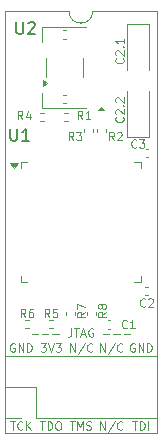
<source format=gbr>
%TF.GenerationSoftware,KiCad,Pcbnew,9.0.1*%
%TF.CreationDate,2025-06-21T09:46:43+01:00*%
%TF.ProjectId,SerialULA,53657269-616c-4554-9c41-2e6b69636164,02*%
%TF.SameCoordinates,Original*%
%TF.FileFunction,Legend,Top*%
%TF.FilePolarity,Positive*%
%FSLAX46Y46*%
G04 Gerber Fmt 4.6, Leading zero omitted, Abs format (unit mm)*
G04 Created by KiCad (PCBNEW 9.0.1) date 2025-06-21 09:46:43*
%MOMM*%
%LPD*%
G01*
G04 APERTURE LIST*
%ADD10C,0.100000*%
%ADD11C,0.150000*%
%ADD12C,0.120000*%
G04 APERTURE END LIST*
D10*
X81452999Y-65832966D02*
X81986333Y-65832966D01*
X82319666Y-65832966D02*
X82853000Y-65832966D01*
X83186333Y-65832966D02*
X83719667Y-65832966D01*
X84786333Y-65399633D02*
X84786333Y-65899633D01*
X84786333Y-65899633D02*
X84753000Y-65999633D01*
X84753000Y-65999633D02*
X84686333Y-66066300D01*
X84686333Y-66066300D02*
X84586333Y-66099633D01*
X84586333Y-66099633D02*
X84519667Y-66099633D01*
X85019666Y-65399633D02*
X85419666Y-65399633D01*
X85219666Y-66099633D02*
X85219666Y-65399633D01*
X85619666Y-65899633D02*
X85952999Y-65899633D01*
X85552999Y-66099633D02*
X85786333Y-65399633D01*
X85786333Y-65399633D02*
X86019666Y-66099633D01*
X86619666Y-65432966D02*
X86552999Y-65399633D01*
X86552999Y-65399633D02*
X86452999Y-65399633D01*
X86452999Y-65399633D02*
X86352999Y-65432966D01*
X86352999Y-65432966D02*
X86286333Y-65499633D01*
X86286333Y-65499633D02*
X86252999Y-65566300D01*
X86252999Y-65566300D02*
X86219666Y-65699633D01*
X86219666Y-65699633D02*
X86219666Y-65799633D01*
X86219666Y-65799633D02*
X86252999Y-65932966D01*
X86252999Y-65932966D02*
X86286333Y-65999633D01*
X86286333Y-65999633D02*
X86352999Y-66066300D01*
X86352999Y-66066300D02*
X86452999Y-66099633D01*
X86452999Y-66099633D02*
X86519666Y-66099633D01*
X86519666Y-66099633D02*
X86619666Y-66066300D01*
X86619666Y-66066300D02*
X86652999Y-66032966D01*
X86652999Y-66032966D02*
X86652999Y-65799633D01*
X86652999Y-65799633D02*
X86519666Y-65799633D01*
X87486332Y-65832966D02*
X88019666Y-65832966D01*
X88352999Y-65832966D02*
X88886333Y-65832966D01*
X89219666Y-65832966D02*
X89753000Y-65832966D01*
X79989667Y-66702966D02*
X79923000Y-66669633D01*
X79923000Y-66669633D02*
X79823000Y-66669633D01*
X79823000Y-66669633D02*
X79723000Y-66702966D01*
X79723000Y-66702966D02*
X79656334Y-66769633D01*
X79656334Y-66769633D02*
X79623000Y-66836300D01*
X79623000Y-66836300D02*
X79589667Y-66969633D01*
X79589667Y-66969633D02*
X79589667Y-67069633D01*
X79589667Y-67069633D02*
X79623000Y-67202966D01*
X79623000Y-67202966D02*
X79656334Y-67269633D01*
X79656334Y-67269633D02*
X79723000Y-67336300D01*
X79723000Y-67336300D02*
X79823000Y-67369633D01*
X79823000Y-67369633D02*
X79889667Y-67369633D01*
X79889667Y-67369633D02*
X79989667Y-67336300D01*
X79989667Y-67336300D02*
X80023000Y-67302966D01*
X80023000Y-67302966D02*
X80023000Y-67069633D01*
X80023000Y-67069633D02*
X79889667Y-67069633D01*
X80323000Y-67369633D02*
X80323000Y-66669633D01*
X80323000Y-66669633D02*
X80723000Y-67369633D01*
X80723000Y-67369633D02*
X80723000Y-66669633D01*
X81056333Y-67369633D02*
X81056333Y-66669633D01*
X81056333Y-66669633D02*
X81223000Y-66669633D01*
X81223000Y-66669633D02*
X81323000Y-66702966D01*
X81323000Y-66702966D02*
X81389667Y-66769633D01*
X81389667Y-66769633D02*
X81423000Y-66836300D01*
X81423000Y-66836300D02*
X81456333Y-66969633D01*
X81456333Y-66969633D02*
X81456333Y-67069633D01*
X81456333Y-67069633D02*
X81423000Y-67202966D01*
X81423000Y-67202966D02*
X81389667Y-67269633D01*
X81389667Y-67269633D02*
X81323000Y-67336300D01*
X81323000Y-67336300D02*
X81223000Y-67369633D01*
X81223000Y-67369633D02*
X81056333Y-67369633D01*
X84669666Y-73273633D02*
X85069666Y-73273633D01*
X84869666Y-73973633D02*
X84869666Y-73273633D01*
X85302999Y-73973633D02*
X85302999Y-73273633D01*
X85302999Y-73273633D02*
X85536333Y-73773633D01*
X85536333Y-73773633D02*
X85769666Y-73273633D01*
X85769666Y-73273633D02*
X85769666Y-73973633D01*
X86069666Y-73940300D02*
X86169666Y-73973633D01*
X86169666Y-73973633D02*
X86336333Y-73973633D01*
X86336333Y-73973633D02*
X86402999Y-73940300D01*
X86402999Y-73940300D02*
X86436333Y-73906966D01*
X86436333Y-73906966D02*
X86469666Y-73840300D01*
X86469666Y-73840300D02*
X86469666Y-73773633D01*
X86469666Y-73773633D02*
X86436333Y-73706966D01*
X86436333Y-73706966D02*
X86402999Y-73673633D01*
X86402999Y-73673633D02*
X86336333Y-73640300D01*
X86336333Y-73640300D02*
X86202999Y-73606966D01*
X86202999Y-73606966D02*
X86136333Y-73573633D01*
X86136333Y-73573633D02*
X86102999Y-73540300D01*
X86102999Y-73540300D02*
X86069666Y-73473633D01*
X86069666Y-73473633D02*
X86069666Y-73406966D01*
X86069666Y-73406966D02*
X86102999Y-73340300D01*
X86102999Y-73340300D02*
X86136333Y-73306966D01*
X86136333Y-73306966D02*
X86202999Y-73273633D01*
X86202999Y-73273633D02*
X86369666Y-73273633D01*
X86369666Y-73273633D02*
X86469666Y-73306966D01*
X82196333Y-66669633D02*
X82629666Y-66669633D01*
X82629666Y-66669633D02*
X82396333Y-66936300D01*
X82396333Y-66936300D02*
X82496333Y-66936300D01*
X82496333Y-66936300D02*
X82562999Y-66969633D01*
X82562999Y-66969633D02*
X82596333Y-67002966D01*
X82596333Y-67002966D02*
X82629666Y-67069633D01*
X82629666Y-67069633D02*
X82629666Y-67236300D01*
X82629666Y-67236300D02*
X82596333Y-67302966D01*
X82596333Y-67302966D02*
X82562999Y-67336300D01*
X82562999Y-67336300D02*
X82496333Y-67369633D01*
X82496333Y-67369633D02*
X82296333Y-67369633D01*
X82296333Y-67369633D02*
X82229666Y-67336300D01*
X82229666Y-67336300D02*
X82196333Y-67302966D01*
X82829666Y-66669633D02*
X83063000Y-67369633D01*
X83063000Y-67369633D02*
X83296333Y-66669633D01*
X83463000Y-66669633D02*
X83896333Y-66669633D01*
X83896333Y-66669633D02*
X83663000Y-66936300D01*
X83663000Y-66936300D02*
X83763000Y-66936300D01*
X83763000Y-66936300D02*
X83829666Y-66969633D01*
X83829666Y-66969633D02*
X83863000Y-67002966D01*
X83863000Y-67002966D02*
X83896333Y-67069633D01*
X83896333Y-67069633D02*
X83896333Y-67236300D01*
X83896333Y-67236300D02*
X83863000Y-67302966D01*
X83863000Y-67302966D02*
X83829666Y-67336300D01*
X83829666Y-67336300D02*
X83763000Y-67369633D01*
X83763000Y-67369633D02*
X83563000Y-67369633D01*
X83563000Y-67369633D02*
X83496333Y-67336300D01*
X83496333Y-67336300D02*
X83463000Y-67302966D01*
X79623000Y-73273633D02*
X80023000Y-73273633D01*
X79823000Y-73973633D02*
X79823000Y-73273633D01*
X80656333Y-73906966D02*
X80623000Y-73940300D01*
X80623000Y-73940300D02*
X80523000Y-73973633D01*
X80523000Y-73973633D02*
X80456333Y-73973633D01*
X80456333Y-73973633D02*
X80356333Y-73940300D01*
X80356333Y-73940300D02*
X80289667Y-73873633D01*
X80289667Y-73873633D02*
X80256333Y-73806966D01*
X80256333Y-73806966D02*
X80223000Y-73673633D01*
X80223000Y-73673633D02*
X80223000Y-73573633D01*
X80223000Y-73573633D02*
X80256333Y-73440300D01*
X80256333Y-73440300D02*
X80289667Y-73373633D01*
X80289667Y-73373633D02*
X80356333Y-73306966D01*
X80356333Y-73306966D02*
X80456333Y-73273633D01*
X80456333Y-73273633D02*
X80523000Y-73273633D01*
X80523000Y-73273633D02*
X80623000Y-73306966D01*
X80623000Y-73306966D02*
X80656333Y-73340300D01*
X80956333Y-73973633D02*
X80956333Y-73273633D01*
X81356333Y-73973633D02*
X81056333Y-73573633D01*
X81356333Y-73273633D02*
X80956333Y-73673633D01*
X90149667Y-66702966D02*
X90083000Y-66669633D01*
X90083000Y-66669633D02*
X89983000Y-66669633D01*
X89983000Y-66669633D02*
X89883000Y-66702966D01*
X89883000Y-66702966D02*
X89816334Y-66769633D01*
X89816334Y-66769633D02*
X89783000Y-66836300D01*
X89783000Y-66836300D02*
X89749667Y-66969633D01*
X89749667Y-66969633D02*
X89749667Y-67069633D01*
X89749667Y-67069633D02*
X89783000Y-67202966D01*
X89783000Y-67202966D02*
X89816334Y-67269633D01*
X89816334Y-67269633D02*
X89883000Y-67336300D01*
X89883000Y-67336300D02*
X89983000Y-67369633D01*
X89983000Y-67369633D02*
X90049667Y-67369633D01*
X90049667Y-67369633D02*
X90149667Y-67336300D01*
X90149667Y-67336300D02*
X90183000Y-67302966D01*
X90183000Y-67302966D02*
X90183000Y-67069633D01*
X90183000Y-67069633D02*
X90049667Y-67069633D01*
X90483000Y-67369633D02*
X90483000Y-66669633D01*
X90483000Y-66669633D02*
X90883000Y-67369633D01*
X90883000Y-67369633D02*
X90883000Y-66669633D01*
X91216333Y-67369633D02*
X91216333Y-66669633D01*
X91216333Y-66669633D02*
X91383000Y-66669633D01*
X91383000Y-66669633D02*
X91483000Y-66702966D01*
X91483000Y-66702966D02*
X91549667Y-66769633D01*
X91549667Y-66769633D02*
X91583000Y-66836300D01*
X91583000Y-66836300D02*
X91616333Y-66969633D01*
X91616333Y-66969633D02*
X91616333Y-67069633D01*
X91616333Y-67069633D02*
X91583000Y-67202966D01*
X91583000Y-67202966D02*
X91549667Y-67269633D01*
X91549667Y-67269633D02*
X91483000Y-67336300D01*
X91483000Y-67336300D02*
X91383000Y-67369633D01*
X91383000Y-67369633D02*
X91216333Y-67369633D01*
X87226333Y-73973633D02*
X87226333Y-73273633D01*
X87226333Y-73273633D02*
X87626333Y-73973633D01*
X87626333Y-73973633D02*
X87626333Y-73273633D01*
X88459666Y-73240300D02*
X87859666Y-74140300D01*
X89092999Y-73906966D02*
X89059666Y-73940300D01*
X89059666Y-73940300D02*
X88959666Y-73973633D01*
X88959666Y-73973633D02*
X88892999Y-73973633D01*
X88892999Y-73973633D02*
X88792999Y-73940300D01*
X88792999Y-73940300D02*
X88726333Y-73873633D01*
X88726333Y-73873633D02*
X88692999Y-73806966D01*
X88692999Y-73806966D02*
X88659666Y-73673633D01*
X88659666Y-73673633D02*
X88659666Y-73573633D01*
X88659666Y-73573633D02*
X88692999Y-73440300D01*
X88692999Y-73440300D02*
X88726333Y-73373633D01*
X88726333Y-73373633D02*
X88792999Y-73306966D01*
X88792999Y-73306966D02*
X88892999Y-73273633D01*
X88892999Y-73273633D02*
X88959666Y-73273633D01*
X88959666Y-73273633D02*
X89059666Y-73306966D01*
X89059666Y-73306966D02*
X89092999Y-73340300D01*
X87226333Y-67369633D02*
X87226333Y-66669633D01*
X87226333Y-66669633D02*
X87626333Y-67369633D01*
X87626333Y-67369633D02*
X87626333Y-66669633D01*
X88459666Y-66636300D02*
X87859666Y-67536300D01*
X89092999Y-67302966D02*
X89059666Y-67336300D01*
X89059666Y-67336300D02*
X88959666Y-67369633D01*
X88959666Y-67369633D02*
X88892999Y-67369633D01*
X88892999Y-67369633D02*
X88792999Y-67336300D01*
X88792999Y-67336300D02*
X88726333Y-67269633D01*
X88726333Y-67269633D02*
X88692999Y-67202966D01*
X88692999Y-67202966D02*
X88659666Y-67069633D01*
X88659666Y-67069633D02*
X88659666Y-66969633D01*
X88659666Y-66969633D02*
X88692999Y-66836300D01*
X88692999Y-66836300D02*
X88726333Y-66769633D01*
X88726333Y-66769633D02*
X88792999Y-66702966D01*
X88792999Y-66702966D02*
X88892999Y-66669633D01*
X88892999Y-66669633D02*
X88959666Y-66669633D01*
X88959666Y-66669633D02*
X89059666Y-66702966D01*
X89059666Y-66702966D02*
X89092999Y-66736300D01*
X82146333Y-73273633D02*
X82546333Y-73273633D01*
X82346333Y-73973633D02*
X82346333Y-73273633D01*
X82779666Y-73973633D02*
X82779666Y-73273633D01*
X82779666Y-73273633D02*
X82946333Y-73273633D01*
X82946333Y-73273633D02*
X83046333Y-73306966D01*
X83046333Y-73306966D02*
X83113000Y-73373633D01*
X83113000Y-73373633D02*
X83146333Y-73440300D01*
X83146333Y-73440300D02*
X83179666Y-73573633D01*
X83179666Y-73573633D02*
X83179666Y-73673633D01*
X83179666Y-73673633D02*
X83146333Y-73806966D01*
X83146333Y-73806966D02*
X83113000Y-73873633D01*
X83113000Y-73873633D02*
X83046333Y-73940300D01*
X83046333Y-73940300D02*
X82946333Y-73973633D01*
X82946333Y-73973633D02*
X82779666Y-73973633D01*
X83613000Y-73273633D02*
X83746333Y-73273633D01*
X83746333Y-73273633D02*
X83813000Y-73306966D01*
X83813000Y-73306966D02*
X83879666Y-73373633D01*
X83879666Y-73373633D02*
X83913000Y-73506966D01*
X83913000Y-73506966D02*
X83913000Y-73740300D01*
X83913000Y-73740300D02*
X83879666Y-73873633D01*
X83879666Y-73873633D02*
X83813000Y-73940300D01*
X83813000Y-73940300D02*
X83746333Y-73973633D01*
X83746333Y-73973633D02*
X83613000Y-73973633D01*
X83613000Y-73973633D02*
X83546333Y-73940300D01*
X83546333Y-73940300D02*
X83479666Y-73873633D01*
X83479666Y-73873633D02*
X83446333Y-73740300D01*
X83446333Y-73740300D02*
X83446333Y-73506966D01*
X83446333Y-73506966D02*
X83479666Y-73373633D01*
X83479666Y-73373633D02*
X83546333Y-73306966D01*
X83546333Y-73306966D02*
X83613000Y-73273633D01*
X89966333Y-73273633D02*
X90366333Y-73273633D01*
X90166333Y-73973633D02*
X90166333Y-73273633D01*
X90599666Y-73973633D02*
X90599666Y-73273633D01*
X90599666Y-73273633D02*
X90766333Y-73273633D01*
X90766333Y-73273633D02*
X90866333Y-73306966D01*
X90866333Y-73306966D02*
X90933000Y-73373633D01*
X90933000Y-73373633D02*
X90966333Y-73440300D01*
X90966333Y-73440300D02*
X90999666Y-73573633D01*
X90999666Y-73573633D02*
X90999666Y-73673633D01*
X90999666Y-73673633D02*
X90966333Y-73806966D01*
X90966333Y-73806966D02*
X90933000Y-73873633D01*
X90933000Y-73873633D02*
X90866333Y-73940300D01*
X90866333Y-73940300D02*
X90766333Y-73973633D01*
X90766333Y-73973633D02*
X90599666Y-73973633D01*
X91299666Y-73973633D02*
X91299666Y-73273633D01*
X84686333Y-67369633D02*
X84686333Y-66669633D01*
X84686333Y-66669633D02*
X85086333Y-67369633D01*
X85086333Y-67369633D02*
X85086333Y-66669633D01*
X85919666Y-66636300D02*
X85319666Y-67536300D01*
X86552999Y-67302966D02*
X86519666Y-67336300D01*
X86519666Y-67336300D02*
X86419666Y-67369633D01*
X86419666Y-67369633D02*
X86352999Y-67369633D01*
X86352999Y-67369633D02*
X86252999Y-67336300D01*
X86252999Y-67336300D02*
X86186333Y-67269633D01*
X86186333Y-67269633D02*
X86152999Y-67202966D01*
X86152999Y-67202966D02*
X86119666Y-67069633D01*
X86119666Y-67069633D02*
X86119666Y-66969633D01*
X86119666Y-66969633D02*
X86152999Y-66836300D01*
X86152999Y-66836300D02*
X86186333Y-66769633D01*
X86186333Y-66769633D02*
X86252999Y-66702966D01*
X86252999Y-66702966D02*
X86352999Y-66669633D01*
X86352999Y-66669633D02*
X86419666Y-66669633D01*
X86419666Y-66669633D02*
X86519666Y-66702966D01*
X86519666Y-66702966D02*
X86552999Y-66736300D01*
X85740333Y-47684633D02*
X85507000Y-47351300D01*
X85340333Y-47684633D02*
X85340333Y-46984633D01*
X85340333Y-46984633D02*
X85607000Y-46984633D01*
X85607000Y-46984633D02*
X85673667Y-47017966D01*
X85673667Y-47017966D02*
X85707000Y-47051300D01*
X85707000Y-47051300D02*
X85740333Y-47117966D01*
X85740333Y-47117966D02*
X85740333Y-47217966D01*
X85740333Y-47217966D02*
X85707000Y-47284633D01*
X85707000Y-47284633D02*
X85673667Y-47317966D01*
X85673667Y-47317966D02*
X85607000Y-47351300D01*
X85607000Y-47351300D02*
X85340333Y-47351300D01*
X86407000Y-47684633D02*
X86007000Y-47684633D01*
X86207000Y-47684633D02*
X86207000Y-46984633D01*
X86207000Y-46984633D02*
X86140333Y-47084633D01*
X86140333Y-47084633D02*
X86073667Y-47151300D01*
X86073667Y-47151300D02*
X86007000Y-47184633D01*
X80660333Y-47684633D02*
X80427000Y-47351300D01*
X80260333Y-47684633D02*
X80260333Y-46984633D01*
X80260333Y-46984633D02*
X80527000Y-46984633D01*
X80527000Y-46984633D02*
X80593667Y-47017966D01*
X80593667Y-47017966D02*
X80627000Y-47051300D01*
X80627000Y-47051300D02*
X80660333Y-47117966D01*
X80660333Y-47117966D02*
X80660333Y-47217966D01*
X80660333Y-47217966D02*
X80627000Y-47284633D01*
X80627000Y-47284633D02*
X80593667Y-47317966D01*
X80593667Y-47317966D02*
X80527000Y-47351300D01*
X80527000Y-47351300D02*
X80260333Y-47351300D01*
X81260333Y-47217966D02*
X81260333Y-47684633D01*
X81093667Y-46951300D02*
X80927000Y-47451300D01*
X80927000Y-47451300D02*
X81360333Y-47451300D01*
X85985033Y-63992666D02*
X85651700Y-64225999D01*
X85985033Y-64392666D02*
X85285033Y-64392666D01*
X85285033Y-64392666D02*
X85285033Y-64125999D01*
X85285033Y-64125999D02*
X85318366Y-64059333D01*
X85318366Y-64059333D02*
X85351700Y-64025999D01*
X85351700Y-64025999D02*
X85418366Y-63992666D01*
X85418366Y-63992666D02*
X85518366Y-63992666D01*
X85518366Y-63992666D02*
X85585033Y-64025999D01*
X85585033Y-64025999D02*
X85618366Y-64059333D01*
X85618366Y-64059333D02*
X85651700Y-64125999D01*
X85651700Y-64125999D02*
X85651700Y-64392666D01*
X85285033Y-63759333D02*
X85285033Y-63292666D01*
X85285033Y-63292666D02*
X85985033Y-63592666D01*
X89499533Y-65321766D02*
X89466200Y-65355100D01*
X89466200Y-65355100D02*
X89366200Y-65388433D01*
X89366200Y-65388433D02*
X89299533Y-65388433D01*
X89299533Y-65388433D02*
X89199533Y-65355100D01*
X89199533Y-65355100D02*
X89132867Y-65288433D01*
X89132867Y-65288433D02*
X89099533Y-65221766D01*
X89099533Y-65221766D02*
X89066200Y-65088433D01*
X89066200Y-65088433D02*
X89066200Y-64988433D01*
X89066200Y-64988433D02*
X89099533Y-64855100D01*
X89099533Y-64855100D02*
X89132867Y-64788433D01*
X89132867Y-64788433D02*
X89199533Y-64721766D01*
X89199533Y-64721766D02*
X89299533Y-64688433D01*
X89299533Y-64688433D02*
X89366200Y-64688433D01*
X89366200Y-64688433D02*
X89466200Y-64721766D01*
X89466200Y-64721766D02*
X89499533Y-64755100D01*
X90166200Y-65388433D02*
X89766200Y-65388433D01*
X89966200Y-65388433D02*
X89966200Y-64688433D01*
X89966200Y-64688433D02*
X89899533Y-64788433D01*
X89899533Y-64788433D02*
X89832867Y-64855100D01*
X89832867Y-64855100D02*
X89766200Y-64888433D01*
X88407333Y-49462633D02*
X88174000Y-49129300D01*
X88007333Y-49462633D02*
X88007333Y-48762633D01*
X88007333Y-48762633D02*
X88274000Y-48762633D01*
X88274000Y-48762633D02*
X88340667Y-48795966D01*
X88340667Y-48795966D02*
X88374000Y-48829300D01*
X88374000Y-48829300D02*
X88407333Y-48895966D01*
X88407333Y-48895966D02*
X88407333Y-48995966D01*
X88407333Y-48995966D02*
X88374000Y-49062633D01*
X88374000Y-49062633D02*
X88340667Y-49095966D01*
X88340667Y-49095966D02*
X88274000Y-49129300D01*
X88274000Y-49129300D02*
X88007333Y-49129300D01*
X88674000Y-48829300D02*
X88707333Y-48795966D01*
X88707333Y-48795966D02*
X88774000Y-48762633D01*
X88774000Y-48762633D02*
X88940667Y-48762633D01*
X88940667Y-48762633D02*
X89007333Y-48795966D01*
X89007333Y-48795966D02*
X89040667Y-48829300D01*
X89040667Y-48829300D02*
X89074000Y-48895966D01*
X89074000Y-48895966D02*
X89074000Y-48962633D01*
X89074000Y-48962633D02*
X89040667Y-49062633D01*
X89040667Y-49062633D02*
X88640667Y-49462633D01*
X88640667Y-49462633D02*
X89074000Y-49462633D01*
X84978333Y-49462633D02*
X84745000Y-49129300D01*
X84578333Y-49462633D02*
X84578333Y-48762633D01*
X84578333Y-48762633D02*
X84845000Y-48762633D01*
X84845000Y-48762633D02*
X84911667Y-48795966D01*
X84911667Y-48795966D02*
X84945000Y-48829300D01*
X84945000Y-48829300D02*
X84978333Y-48895966D01*
X84978333Y-48895966D02*
X84978333Y-48995966D01*
X84978333Y-48995966D02*
X84945000Y-49062633D01*
X84945000Y-49062633D02*
X84911667Y-49095966D01*
X84911667Y-49095966D02*
X84845000Y-49129300D01*
X84845000Y-49129300D02*
X84578333Y-49129300D01*
X85211667Y-48762633D02*
X85645000Y-48762633D01*
X85645000Y-48762633D02*
X85411667Y-49029300D01*
X85411667Y-49029300D02*
X85511667Y-49029300D01*
X85511667Y-49029300D02*
X85578333Y-49062633D01*
X85578333Y-49062633D02*
X85611667Y-49095966D01*
X85611667Y-49095966D02*
X85645000Y-49162633D01*
X85645000Y-49162633D02*
X85645000Y-49329300D01*
X85645000Y-49329300D02*
X85611667Y-49395966D01*
X85611667Y-49395966D02*
X85578333Y-49429300D01*
X85578333Y-49429300D02*
X85511667Y-49462633D01*
X85511667Y-49462633D02*
X85311667Y-49462633D01*
X85311667Y-49462633D02*
X85245000Y-49429300D01*
X85245000Y-49429300D02*
X85211667Y-49395966D01*
X82946333Y-64448633D02*
X82713000Y-64115300D01*
X82546333Y-64448633D02*
X82546333Y-63748633D01*
X82546333Y-63748633D02*
X82813000Y-63748633D01*
X82813000Y-63748633D02*
X82879667Y-63781966D01*
X82879667Y-63781966D02*
X82913000Y-63815300D01*
X82913000Y-63815300D02*
X82946333Y-63881966D01*
X82946333Y-63881966D02*
X82946333Y-63981966D01*
X82946333Y-63981966D02*
X82913000Y-64048633D01*
X82913000Y-64048633D02*
X82879667Y-64081966D01*
X82879667Y-64081966D02*
X82813000Y-64115300D01*
X82813000Y-64115300D02*
X82546333Y-64115300D01*
X83579667Y-63748633D02*
X83246333Y-63748633D01*
X83246333Y-63748633D02*
X83213000Y-64081966D01*
X83213000Y-64081966D02*
X83246333Y-64048633D01*
X83246333Y-64048633D02*
X83313000Y-64015300D01*
X83313000Y-64015300D02*
X83479667Y-64015300D01*
X83479667Y-64015300D02*
X83546333Y-64048633D01*
X83546333Y-64048633D02*
X83579667Y-64081966D01*
X83579667Y-64081966D02*
X83613000Y-64148633D01*
X83613000Y-64148633D02*
X83613000Y-64315300D01*
X83613000Y-64315300D02*
X83579667Y-64381966D01*
X83579667Y-64381966D02*
X83546333Y-64415300D01*
X83546333Y-64415300D02*
X83479667Y-64448633D01*
X83479667Y-64448633D02*
X83313000Y-64448633D01*
X83313000Y-64448633D02*
X83246333Y-64415300D01*
X83246333Y-64415300D02*
X83213000Y-64381966D01*
D11*
X79634095Y-48487819D02*
X79634095Y-49297342D01*
X79634095Y-49297342D02*
X79681714Y-49392580D01*
X79681714Y-49392580D02*
X79729333Y-49440200D01*
X79729333Y-49440200D02*
X79824571Y-49487819D01*
X79824571Y-49487819D02*
X80015047Y-49487819D01*
X80015047Y-49487819D02*
X80110285Y-49440200D01*
X80110285Y-49440200D02*
X80157904Y-49392580D01*
X80157904Y-49392580D02*
X80205523Y-49297342D01*
X80205523Y-49297342D02*
X80205523Y-48487819D01*
X81205523Y-49487819D02*
X80634095Y-49487819D01*
X80919809Y-49487819D02*
X80919809Y-48487819D01*
X80919809Y-48487819D02*
X80824571Y-48630676D01*
X80824571Y-48630676D02*
X80729333Y-48725914D01*
X80729333Y-48725914D02*
X80634095Y-48773533D01*
D10*
X80914333Y-64448633D02*
X80681000Y-64115300D01*
X80514333Y-64448633D02*
X80514333Y-63748633D01*
X80514333Y-63748633D02*
X80781000Y-63748633D01*
X80781000Y-63748633D02*
X80847667Y-63781966D01*
X80847667Y-63781966D02*
X80881000Y-63815300D01*
X80881000Y-63815300D02*
X80914333Y-63881966D01*
X80914333Y-63881966D02*
X80914333Y-63981966D01*
X80914333Y-63981966D02*
X80881000Y-64048633D01*
X80881000Y-64048633D02*
X80847667Y-64081966D01*
X80847667Y-64081966D02*
X80781000Y-64115300D01*
X80781000Y-64115300D02*
X80514333Y-64115300D01*
X81514333Y-63748633D02*
X81381000Y-63748633D01*
X81381000Y-63748633D02*
X81314333Y-63781966D01*
X81314333Y-63781966D02*
X81281000Y-63815300D01*
X81281000Y-63815300D02*
X81214333Y-63915300D01*
X81214333Y-63915300D02*
X81181000Y-64048633D01*
X81181000Y-64048633D02*
X81181000Y-64315300D01*
X81181000Y-64315300D02*
X81214333Y-64381966D01*
X81214333Y-64381966D02*
X81247667Y-64415300D01*
X81247667Y-64415300D02*
X81314333Y-64448633D01*
X81314333Y-64448633D02*
X81447667Y-64448633D01*
X81447667Y-64448633D02*
X81514333Y-64415300D01*
X81514333Y-64415300D02*
X81547667Y-64381966D01*
X81547667Y-64381966D02*
X81581000Y-64315300D01*
X81581000Y-64315300D02*
X81581000Y-64148633D01*
X81581000Y-64148633D02*
X81547667Y-64081966D01*
X81547667Y-64081966D02*
X81514333Y-64048633D01*
X81514333Y-64048633D02*
X81447667Y-64015300D01*
X81447667Y-64015300D02*
X81314333Y-64015300D01*
X81314333Y-64015300D02*
X81247667Y-64048633D01*
X81247667Y-64048633D02*
X81214333Y-64081966D01*
X81214333Y-64081966D02*
X81181000Y-64148633D01*
D11*
X80142095Y-39454819D02*
X80142095Y-40264342D01*
X80142095Y-40264342D02*
X80189714Y-40359580D01*
X80189714Y-40359580D02*
X80237333Y-40407200D01*
X80237333Y-40407200D02*
X80332571Y-40454819D01*
X80332571Y-40454819D02*
X80523047Y-40454819D01*
X80523047Y-40454819D02*
X80618285Y-40407200D01*
X80618285Y-40407200D02*
X80665904Y-40359580D01*
X80665904Y-40359580D02*
X80713523Y-40264342D01*
X80713523Y-40264342D02*
X80713523Y-39454819D01*
X81142095Y-39550057D02*
X81189714Y-39502438D01*
X81189714Y-39502438D02*
X81284952Y-39454819D01*
X81284952Y-39454819D02*
X81523047Y-39454819D01*
X81523047Y-39454819D02*
X81618285Y-39502438D01*
X81618285Y-39502438D02*
X81665904Y-39550057D01*
X81665904Y-39550057D02*
X81713523Y-39645295D01*
X81713523Y-39645295D02*
X81713523Y-39740533D01*
X81713523Y-39740533D02*
X81665904Y-39883390D01*
X81665904Y-39883390D02*
X81094476Y-40454819D01*
X81094476Y-40454819D02*
X81713523Y-40454819D01*
D10*
X91046333Y-63492966D02*
X91013000Y-63526300D01*
X91013000Y-63526300D02*
X90913000Y-63559633D01*
X90913000Y-63559633D02*
X90846333Y-63559633D01*
X90846333Y-63559633D02*
X90746333Y-63526300D01*
X90746333Y-63526300D02*
X90679667Y-63459633D01*
X90679667Y-63459633D02*
X90646333Y-63392966D01*
X90646333Y-63392966D02*
X90613000Y-63259633D01*
X90613000Y-63259633D02*
X90613000Y-63159633D01*
X90613000Y-63159633D02*
X90646333Y-63026300D01*
X90646333Y-63026300D02*
X90679667Y-62959633D01*
X90679667Y-62959633D02*
X90746333Y-62892966D01*
X90746333Y-62892966D02*
X90846333Y-62859633D01*
X90846333Y-62859633D02*
X90913000Y-62859633D01*
X90913000Y-62859633D02*
X91013000Y-62892966D01*
X91013000Y-62892966D02*
X91046333Y-62926300D01*
X91313000Y-62926300D02*
X91346333Y-62892966D01*
X91346333Y-62892966D02*
X91413000Y-62859633D01*
X91413000Y-62859633D02*
X91579667Y-62859633D01*
X91579667Y-62859633D02*
X91646333Y-62892966D01*
X91646333Y-62892966D02*
X91679667Y-62926300D01*
X91679667Y-62926300D02*
X91713000Y-62992966D01*
X91713000Y-62992966D02*
X91713000Y-63059633D01*
X91713000Y-63059633D02*
X91679667Y-63159633D01*
X91679667Y-63159633D02*
X91279667Y-63559633D01*
X91279667Y-63559633D02*
X91713000Y-63559633D01*
X89156966Y-42521666D02*
X89190300Y-42554999D01*
X89190300Y-42554999D02*
X89223633Y-42654999D01*
X89223633Y-42654999D02*
X89223633Y-42721666D01*
X89223633Y-42721666D02*
X89190300Y-42821666D01*
X89190300Y-42821666D02*
X89123633Y-42888333D01*
X89123633Y-42888333D02*
X89056966Y-42921666D01*
X89056966Y-42921666D02*
X88923633Y-42954999D01*
X88923633Y-42954999D02*
X88823633Y-42954999D01*
X88823633Y-42954999D02*
X88690300Y-42921666D01*
X88690300Y-42921666D02*
X88623633Y-42888333D01*
X88623633Y-42888333D02*
X88556966Y-42821666D01*
X88556966Y-42821666D02*
X88523633Y-42721666D01*
X88523633Y-42721666D02*
X88523633Y-42654999D01*
X88523633Y-42654999D02*
X88556966Y-42554999D01*
X88556966Y-42554999D02*
X88590300Y-42521666D01*
X88590300Y-42254999D02*
X88556966Y-42221666D01*
X88556966Y-42221666D02*
X88523633Y-42154999D01*
X88523633Y-42154999D02*
X88523633Y-41988333D01*
X88523633Y-41988333D02*
X88556966Y-41921666D01*
X88556966Y-41921666D02*
X88590300Y-41888333D01*
X88590300Y-41888333D02*
X88656966Y-41854999D01*
X88656966Y-41854999D02*
X88723633Y-41854999D01*
X88723633Y-41854999D02*
X88823633Y-41888333D01*
X88823633Y-41888333D02*
X89223633Y-42288333D01*
X89223633Y-42288333D02*
X89223633Y-41854999D01*
X89156966Y-41554999D02*
X89190300Y-41521666D01*
X89190300Y-41521666D02*
X89223633Y-41554999D01*
X89223633Y-41554999D02*
X89190300Y-41588332D01*
X89190300Y-41588332D02*
X89156966Y-41554999D01*
X89156966Y-41554999D02*
X89223633Y-41554999D01*
X89223633Y-40854999D02*
X89223633Y-41254999D01*
X89223633Y-41054999D02*
X88523633Y-41054999D01*
X88523633Y-41054999D02*
X88623633Y-41121666D01*
X88623633Y-41121666D02*
X88690300Y-41188333D01*
X88690300Y-41188333D02*
X88723633Y-41254999D01*
X89156966Y-47500066D02*
X89190300Y-47533399D01*
X89190300Y-47533399D02*
X89223633Y-47633399D01*
X89223633Y-47633399D02*
X89223633Y-47700066D01*
X89223633Y-47700066D02*
X89190300Y-47800066D01*
X89190300Y-47800066D02*
X89123633Y-47866733D01*
X89123633Y-47866733D02*
X89056966Y-47900066D01*
X89056966Y-47900066D02*
X88923633Y-47933399D01*
X88923633Y-47933399D02*
X88823633Y-47933399D01*
X88823633Y-47933399D02*
X88690300Y-47900066D01*
X88690300Y-47900066D02*
X88623633Y-47866733D01*
X88623633Y-47866733D02*
X88556966Y-47800066D01*
X88556966Y-47800066D02*
X88523633Y-47700066D01*
X88523633Y-47700066D02*
X88523633Y-47633399D01*
X88523633Y-47633399D02*
X88556966Y-47533399D01*
X88556966Y-47533399D02*
X88590300Y-47500066D01*
X88590300Y-47233399D02*
X88556966Y-47200066D01*
X88556966Y-47200066D02*
X88523633Y-47133399D01*
X88523633Y-47133399D02*
X88523633Y-46966733D01*
X88523633Y-46966733D02*
X88556966Y-46900066D01*
X88556966Y-46900066D02*
X88590300Y-46866733D01*
X88590300Y-46866733D02*
X88656966Y-46833399D01*
X88656966Y-46833399D02*
X88723633Y-46833399D01*
X88723633Y-46833399D02*
X88823633Y-46866733D01*
X88823633Y-46866733D02*
X89223633Y-47266733D01*
X89223633Y-47266733D02*
X89223633Y-46833399D01*
X89156966Y-46533399D02*
X89190300Y-46500066D01*
X89190300Y-46500066D02*
X89223633Y-46533399D01*
X89223633Y-46533399D02*
X89190300Y-46566732D01*
X89190300Y-46566732D02*
X89156966Y-46533399D01*
X89156966Y-46533399D02*
X89223633Y-46533399D01*
X88590300Y-46233399D02*
X88556966Y-46200066D01*
X88556966Y-46200066D02*
X88523633Y-46133399D01*
X88523633Y-46133399D02*
X88523633Y-45966733D01*
X88523633Y-45966733D02*
X88556966Y-45900066D01*
X88556966Y-45900066D02*
X88590300Y-45866733D01*
X88590300Y-45866733D02*
X88656966Y-45833399D01*
X88656966Y-45833399D02*
X88723633Y-45833399D01*
X88723633Y-45833399D02*
X88823633Y-45866733D01*
X88823633Y-45866733D02*
X89223633Y-46266733D01*
X89223633Y-46266733D02*
X89223633Y-45833399D01*
X87750433Y-63992666D02*
X87417100Y-64225999D01*
X87750433Y-64392666D02*
X87050433Y-64392666D01*
X87050433Y-64392666D02*
X87050433Y-64125999D01*
X87050433Y-64125999D02*
X87083766Y-64059333D01*
X87083766Y-64059333D02*
X87117100Y-64025999D01*
X87117100Y-64025999D02*
X87183766Y-63992666D01*
X87183766Y-63992666D02*
X87283766Y-63992666D01*
X87283766Y-63992666D02*
X87350433Y-64025999D01*
X87350433Y-64025999D02*
X87383766Y-64059333D01*
X87383766Y-64059333D02*
X87417100Y-64125999D01*
X87417100Y-64125999D02*
X87417100Y-64392666D01*
X87350433Y-63592666D02*
X87317100Y-63659333D01*
X87317100Y-63659333D02*
X87283766Y-63692666D01*
X87283766Y-63692666D02*
X87217100Y-63725999D01*
X87217100Y-63725999D02*
X87183766Y-63725999D01*
X87183766Y-63725999D02*
X87117100Y-63692666D01*
X87117100Y-63692666D02*
X87083766Y-63659333D01*
X87083766Y-63659333D02*
X87050433Y-63592666D01*
X87050433Y-63592666D02*
X87050433Y-63459333D01*
X87050433Y-63459333D02*
X87083766Y-63392666D01*
X87083766Y-63392666D02*
X87117100Y-63359333D01*
X87117100Y-63359333D02*
X87183766Y-63325999D01*
X87183766Y-63325999D02*
X87217100Y-63325999D01*
X87217100Y-63325999D02*
X87283766Y-63359333D01*
X87283766Y-63359333D02*
X87317100Y-63392666D01*
X87317100Y-63392666D02*
X87350433Y-63459333D01*
X87350433Y-63459333D02*
X87350433Y-63592666D01*
X87350433Y-63592666D02*
X87383766Y-63659333D01*
X87383766Y-63659333D02*
X87417100Y-63692666D01*
X87417100Y-63692666D02*
X87483766Y-63725999D01*
X87483766Y-63725999D02*
X87617100Y-63725999D01*
X87617100Y-63725999D02*
X87683766Y-63692666D01*
X87683766Y-63692666D02*
X87717100Y-63659333D01*
X87717100Y-63659333D02*
X87750433Y-63592666D01*
X87750433Y-63592666D02*
X87750433Y-63459333D01*
X87750433Y-63459333D02*
X87717100Y-63392666D01*
X87717100Y-63392666D02*
X87683766Y-63359333D01*
X87683766Y-63359333D02*
X87617100Y-63325999D01*
X87617100Y-63325999D02*
X87483766Y-63325999D01*
X87483766Y-63325999D02*
X87417100Y-63359333D01*
X87417100Y-63359333D02*
X87383766Y-63392666D01*
X87383766Y-63392666D02*
X87350433Y-63459333D01*
X90312333Y-50030966D02*
X90279000Y-50064300D01*
X90279000Y-50064300D02*
X90179000Y-50097633D01*
X90179000Y-50097633D02*
X90112333Y-50097633D01*
X90112333Y-50097633D02*
X90012333Y-50064300D01*
X90012333Y-50064300D02*
X89945667Y-49997633D01*
X89945667Y-49997633D02*
X89912333Y-49930966D01*
X89912333Y-49930966D02*
X89879000Y-49797633D01*
X89879000Y-49797633D02*
X89879000Y-49697633D01*
X89879000Y-49697633D02*
X89912333Y-49564300D01*
X89912333Y-49564300D02*
X89945667Y-49497633D01*
X89945667Y-49497633D02*
X90012333Y-49430966D01*
X90012333Y-49430966D02*
X90112333Y-49397633D01*
X90112333Y-49397633D02*
X90179000Y-49397633D01*
X90179000Y-49397633D02*
X90279000Y-49430966D01*
X90279000Y-49430966D02*
X90312333Y-49464300D01*
X90545667Y-49397633D02*
X90979000Y-49397633D01*
X90979000Y-49397633D02*
X90745667Y-49664300D01*
X90745667Y-49664300D02*
X90845667Y-49664300D01*
X90845667Y-49664300D02*
X90912333Y-49697633D01*
X90912333Y-49697633D02*
X90945667Y-49730966D01*
X90945667Y-49730966D02*
X90979000Y-49797633D01*
X90979000Y-49797633D02*
X90979000Y-49964300D01*
X90979000Y-49964300D02*
X90945667Y-50030966D01*
X90945667Y-50030966D02*
X90912333Y-50064300D01*
X90912333Y-50064300D02*
X90845667Y-50097633D01*
X90845667Y-50097633D02*
X90645667Y-50097633D01*
X90645667Y-50097633D02*
X90579000Y-50064300D01*
X90579000Y-50064300D02*
X90545667Y-50030966D01*
D12*
%TO.C,R1*%
X84486641Y-47873000D02*
X84179359Y-47873000D01*
X84486641Y-47113000D02*
X84179359Y-47113000D01*
%TO.C,R4*%
X82454641Y-47873000D02*
X82147359Y-47873000D01*
X82454641Y-47113000D02*
X82147359Y-47113000D01*
%TO.C,C4*%
X84313836Y-40868000D02*
X84098164Y-40868000D01*
X84313836Y-40148000D02*
X84098164Y-40148000D01*
%TO.C,R7*%
X84359400Y-63976359D02*
X84359400Y-64283641D01*
X85119400Y-63976359D02*
X85119400Y-64283641D01*
%TO.C,C1*%
X87882764Y-64709800D02*
X88098436Y-64709800D01*
X87882764Y-65429800D02*
X88098436Y-65429800D01*
%TO.C,R2*%
X87001000Y-48480359D02*
X87001000Y-48787641D01*
X87761000Y-48480359D02*
X87761000Y-48787641D01*
%TO.C,R3*%
X85858000Y-48482359D02*
X85858000Y-48789641D01*
X86618000Y-48482359D02*
X86618000Y-48789641D01*
%TO.C,J1*%
X79143000Y-67703000D02*
X92063000Y-67703000D01*
X79143000Y-70353000D02*
X79143000Y-67703000D01*
X79143000Y-73003000D02*
X79143000Y-71623000D01*
X80523000Y-73003000D02*
X79143000Y-73003000D01*
X81793000Y-70353000D02*
X79143000Y-70353000D01*
X81793000Y-73003000D02*
X81793000Y-70353000D01*
X81793000Y-73003000D02*
X92063000Y-73003000D01*
X92063000Y-73003000D02*
X92063000Y-67703000D01*
%TO.C,R5*%
X83216641Y-64639000D02*
X82909359Y-64639000D01*
X83216641Y-65399000D02*
X82909359Y-65399000D01*
%TO.C,U1*%
X80493000Y-51273000D02*
X80493000Y-51848000D01*
X80493000Y-61493000D02*
X80493000Y-60918000D01*
X81068000Y-51273000D02*
X80493000Y-51273000D01*
X81068000Y-61493000D02*
X80493000Y-61493000D01*
X90138000Y-51273000D02*
X90713000Y-51273000D01*
X90138000Y-61493000D02*
X90713000Y-61493000D01*
X90713000Y-51273000D02*
X90713000Y-51848000D01*
X90713000Y-61493000D02*
X90713000Y-60918000D01*
X79903000Y-51848000D02*
X79563000Y-51378000D01*
X80243000Y-51378000D01*
X79903000Y-51848000D01*
G36*
X79903000Y-51848000D02*
G01*
X79563000Y-51378000D01*
X80243000Y-51378000D01*
X79903000Y-51848000D01*
G37*
%TO.C,R6*%
X80877359Y-64639000D02*
X81184641Y-64639000D01*
X80877359Y-65399000D02*
X81184641Y-65399000D01*
%TO.C,C5*%
X84313836Y-46329000D02*
X84098164Y-46329000D01*
X84313836Y-45609000D02*
X84098164Y-45609000D01*
%TO.C,U2*%
X82296000Y-39892000D02*
X82296000Y-41152000D01*
X82296000Y-46712000D02*
X82296000Y-45452000D01*
X86056000Y-39892000D02*
X82296000Y-39892000D01*
X86056000Y-46712000D02*
X82296000Y-46712000D01*
X87576000Y-46942000D02*
X87096000Y-46942000D01*
X87336000Y-46612000D01*
X87576000Y-46942000D01*
G36*
X87576000Y-46942000D02*
G01*
X87096000Y-46942000D01*
X87336000Y-46612000D01*
X87576000Y-46942000D01*
G37*
%TO.C,C2*%
X91055164Y-61865000D02*
X91270836Y-61865000D01*
X91055164Y-62585000D02*
X91270836Y-62585000D01*
%TO.C,U4*%
X79143000Y-38543000D02*
X79143000Y-74223000D01*
X79143000Y-74223000D02*
X92063000Y-74223000D01*
X84603000Y-38543000D02*
X79143000Y-38543000D01*
X92063000Y-38543000D02*
X86603000Y-38543000D01*
X92063000Y-74223000D02*
X92063000Y-38543000D01*
X86603000Y-38543000D02*
G75*
G02*
X84603000Y-38543000I-1000000J0D01*
G01*
%TO.C,C2.1*%
X89474000Y-39585000D02*
X89474000Y-43505000D01*
X91384000Y-39585000D02*
X89474000Y-39585000D01*
X91384000Y-43505000D02*
X91384000Y-39585000D01*
%TO.C,C2.2*%
X89474000Y-45283400D02*
X89474000Y-49203400D01*
X89474000Y-49203400D02*
X91384000Y-49203400D01*
X91384000Y-49203400D02*
X91384000Y-45283400D01*
%TO.C,R8*%
X86137400Y-63976359D02*
X86137400Y-64283641D01*
X86897400Y-63976359D02*
X86897400Y-64283641D01*
%TO.C,U3*%
X82646000Y-43302000D02*
X82646000Y-42502000D01*
X82646000Y-43302000D02*
X82646000Y-44102000D01*
X85766000Y-43302000D02*
X85766000Y-42502000D01*
X85766000Y-43302000D02*
X85766000Y-44102000D01*
X82696000Y-44602000D02*
X82366000Y-44842000D01*
X82366000Y-44362000D01*
X82696000Y-44602000D01*
G36*
X82696000Y-44602000D02*
G01*
X82366000Y-44842000D01*
X82366000Y-44362000D01*
X82696000Y-44602000D01*
G37*
%TO.C,C3*%
X91083164Y-50181000D02*
X91298836Y-50181000D01*
X91083164Y-50901000D02*
X91298836Y-50901000D01*
%TD*%
M02*

</source>
